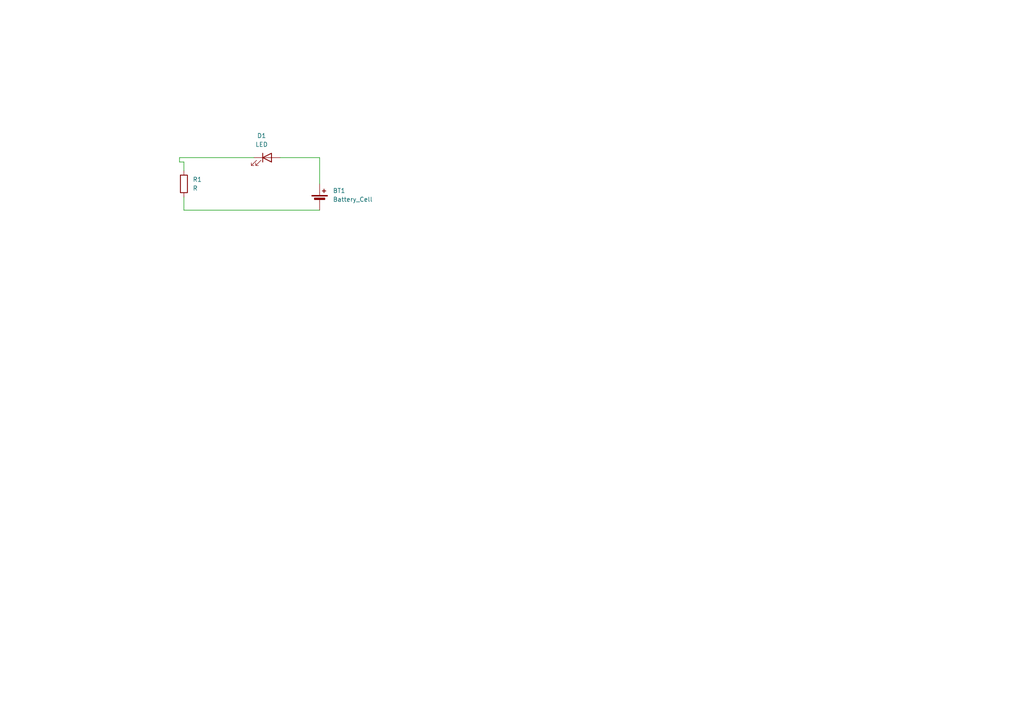
<source format=kicad_sch>
(kicad_sch (version 20231120) (generator "eeschema") (generator_version "8.0")
  (paper "A4")
  (title_block (title "First Board") (date "2024-10-11") (rev "1.0") (company "Formula Slug"))
  (lib_symbols
    (symbol "Device:Battery_Cell" (pin_numbers hide) (pin_names (offset 0) hide)
      (property "Reference" "BT" (at 2.54 2.54 0))
      (property "Value" "Battery_Cell" (at 2.54 0 0))
      (symbol "Battery_Cell_0_1"
        (rectangle (start -2.286 1.778) (end 2.286 1.524) (fill (type outline)))
        (rectangle (start -1.524 1.016) (end 1.524 0.508) (fill (type outline)))
        (polyline (pts (xy 0 0.762) (xy 0 0)))
        (polyline (pts (xy 0 1.778) (xy 0 2.54)))
        (polyline (pts (xy 0.762 3.048) (xy 1.778 3.048)) (stroke (width 0.254)))
        (polyline (pts (xy 1.27 3.556) (xy 1.27 2.54)) (stroke (width 0.254)))
      )
      (symbol "Battery_Cell_1_1"
        (pin passive line (at 0 5.08 270) (length 2.54) (name "+") (number "1"))
        (pin passive line (at 0 -2.54 90) (length 2.54) (name "-") (number "2"))
      )
    )
    (symbol "Device:LED" (pin_numbers hide) (pin_names (offset 1.016) hide)
      (property "Reference" "D" (at 0 2.54 0))
      (property "Value" "LED" (at 0 -2.54 0))
      (symbol "LED_0_1"
        (polyline (pts (xy -1.27 -1.27) (xy -1.27 1.27)) (stroke (width 0.254)))
        (polyline (pts (xy -1.27 0) (xy 1.27 0)))
        (polyline (pts (xy 1.27 -1.27) (xy 1.27 1.27) (xy -1.27 0) (xy 1.27 -1.27)) (stroke (width 0.254)))
        (polyline (pts (xy -3.048 -0.762) (xy -4.572 -2.286) (xy -3.81 -2.286) (xy -4.572 -2.286) (xy -4.572 -1.524)))
        (polyline (pts (xy -1.778 -0.762) (xy -3.302 -2.286) (xy -2.54 -2.286) (xy -3.302 -2.286) (xy -3.302 -1.524)))
      )
      (symbol "LED_1_1"
        (pin passive line (at -3.81 0 0) (length 2.54) (name "K") (number "1"))
        (pin passive line (at 3.81 0 180) (length 2.54) (name "A") (number "2"))
      )
    )
    (symbol "Device:R" (pin_numbers hide) (pin_names (offset 0))
      (property "Reference" "R" (at 2.032 0 90))
      (property "Value" "R" (at 0 0 90))
      (symbol "R_0_1"
        (rectangle (start -1.016 -2.54) (end 1.016 2.54) (stroke (width 0.254)))
      )
      (symbol "R_1_1"
        (pin passive line (at 0 3.81 270) (length 1.27) (name "~") (number "1"))
        (pin passive line (at 0 -3.81 90) (length 1.27) (name "~") (number "2"))
      )
    )
  )
  (wire (pts (xy 52.07 45.72) (xy 52.07 46.99)))
  (wire (pts (xy 52.07 45.72) (xy 73.66 45.72)))
  (wire (pts (xy 81.28 45.72) (xy 92.71 45.72)))
  (wire (pts (xy 92.71 45.72) (xy 92.71 53.34)))
  (wire (pts (xy 53.34 60.96) (xy 53.34 57.15)))
  (wire (pts (xy 53.34 60.96) (xy 92.71 60.96)))
  (wire (pts (xy 53.34 46.99) (xy 53.34 49.53)))
  (wire (pts (xy 52.07 46.99) (xy 53.34 46.99)))
  (symbol (lib_id "Device:Battery_Cell") (at 92.71 58.42 0) (unit 1)
    (property "Reference" "BT1" (at 96.52 55.3084 0) (effects (justify left)))
    (property "Value" "Battery_Cell" (at 96.52 57.8484 0) (effects (justify left)))
    (property "Footprint" "FS_3_Global_Footprint_Library:MS621FE-FL11E_SEC" (effects (hide yes)))
    (property "Description" "Single-cell battery" (effects (hide yes)))
  )
  (symbol (lib_id "Device:R") (at 53.34 53.34 0) (unit 1)
    (property "Reference" "R1" (at 55.88 52.0699 0) (effects (justify left)))
    (property "Value" "R" (at 55.88 54.6099 0) (effects (justify left)))
    (property "Footprint" "Resistor_SMD:R_0805_2012Metric_Pad1.20x1.40mm_HandSolder" (effects (hide yes)))
    (property "Description" "Resistor" (effects (hide yes)))
  )
  (symbol (lib_id "Device:LED") (at 77.47 45.72 0) (unit 1)
    (property "Reference" "D1" (at 75.8825 39.37 0))
    (property "Value" "LED" (at 75.8825 41.91 0))
    (property "Footprint" "LED_SMD:LED_0805_2012Metric_Pad1.15x1.40mm_HandSolder" (effects (hide yes)))
    (property "Description" "Light emitting diode" (effects (hide yes)))
  )
)
</source>
